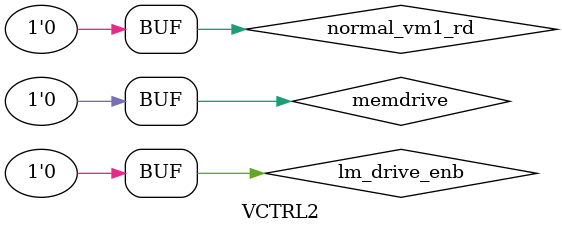
<source format=v>
module VCTRL2();

   /*
    * for memory cycle, we run mmu state and map vma during state_write & state_mmu
    * for dispatch,     we don't run mmy state and map md early
    *                   so dispatch ram has a chance to read and register during write state
    *
    * dispatch ram output has to be valid during fetch cycle to get npc correct
    */

   assign mapwr0 = wmap & vma[26];
   assign mapwr1 = wmap & vma[25];

   wire   early_vm0_rd;
   wire   early_vm1_rd;

   wire   normal_vm0_rd;
   wire   normal_vm1_rd;

   // for dispatch, no alu needed, so read early and skip mmu state
   // for byte,     no alu needed, so read early
   // for alu,      no alu needed, so read early
   assign early_vm0_rd  = (irdisp && dmapbenb) | srcmap;
   assign early_vm1_rd  = (irdisp && dmapbenb) | srcmap;

   assign normal_vm0_rd = wmap;
   assign normal_vm1_rd = 1'b0;

   assign vm0rp = (state_decode && early_vm0_rd) |
		  (state_write  && normal_vm0_rd) |
		  (state_write  && memprepare);

   assign vm1rp = (state_read && early_vm1_rd) |
		  (state_mmu  && normal_vm1_rd) |
		  (state_mmu  && memstart);

   assign vm0wp = mapwr0 & state_write;
   assign vm1wp = mapwr1 & state_mmu;

   assign vmaenb = destvma | ifetch;
   assign vmasel = ~ifetch;

   // external?
   assign lm_drive_enb = 0;

   assign memdrive = wrcyc & lm_drive_enb;

   assign mdsel = destmdr & ~loadmd/*& ~state_write*/;

   assign use_md  = srcmd & ~nopa;

   assign {wmap,memwr,memrd} =
			      ~destmem ? 3'b000 :
			      (ir[20:19] == 2'b01) ? 3'b001 :
			      (ir[20:19] == 2'b10) ? 3'b010 :
			      (ir[20:19] == 2'b11) ? 3'b100 :
			      3'b000 ;

endmodule

</source>
